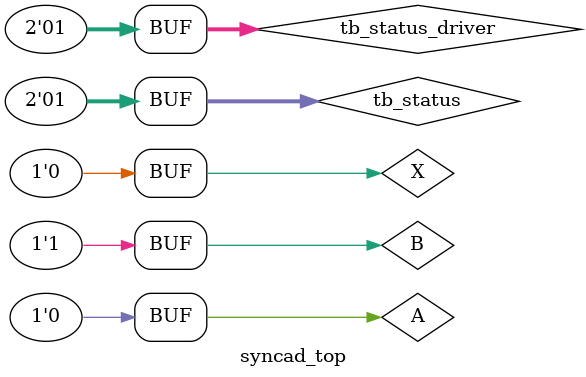
<source format=v>

`timescale 1ns / 1ps

module syncad_top;


wire [1:0] tb_status;
reg [1:0] tb_status_driver;
assign tb_status = tb_status_driver;
reg  X;
reg  A;
reg  B;
wire  OutResult;

initial tb_status_driver = 1'b1; //diagram always running in auto-generated file

initial
  begin                  //SIGNAL X
        X = 1'b0;
      #129.000000                    // Abs Time: 129.000000
        X = 1'b1;
      #6.000000                    // Abs Time: 135.000000
        X = 1'b0;
      #63.000000                    // Abs Time: 198.000000
        ;
  end

initial
  begin                  //SIGNAL A
        A = 1'b0;
      #39.000000                    // Abs Time: 39.000000
        A = 1'b1;
      #41.000000                    // Abs Time: 80.000000
        A = 1'b0;
      #40.000000                    // Abs Time: 120.000000
        A = 1'b1;
      #40.000000                    // Abs Time: 160.000000
        A = 1'b0;
      #40.000000                    // Abs Time: 200.000000
        ;
  end

initial
  begin                  //SIGNAL B
        B = 1'b1;
      #38.000000                    // Abs Time: 38.000000
        B = 1'b0;
      #42.000000                    // Abs Time: 80.000000
        B = 1'b1;
      #40.000000                    // Abs Time: 120.000000
        B = 1'b0;
      #43.000000                    // Abs Time: 163.000000
        B = 1'b1;
      #37.000000                    // Abs Time: 200.000000
        ;
  end

Filter Filter(  .X ( X ),
  .A ( A ),
  .B ( B ),
  .OutResult ( OutResult ));

  initial
    begin
    end
endmodule


</source>
